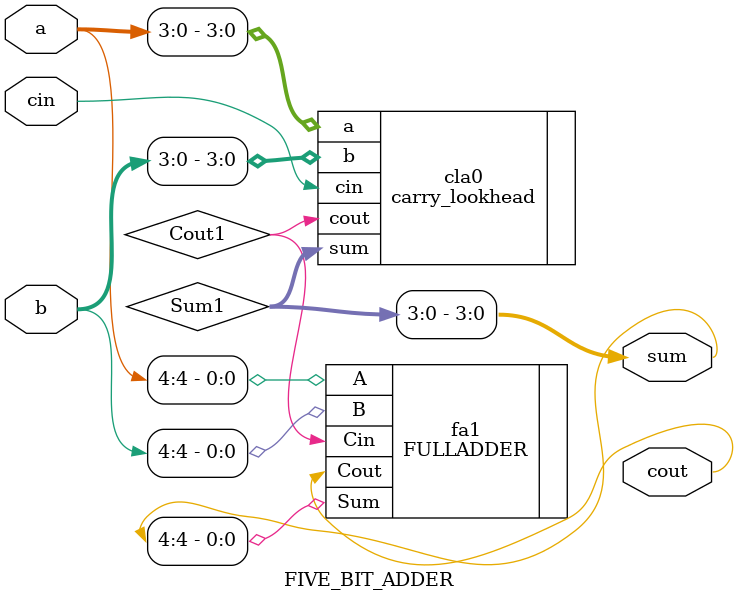
<source format=v>


module FIVE_BIT_ADDER(
    input [4:0] a,
    input [4:0] b,
    input cin,
    output [4:0] sum,
    output cout
);
    wire [3:0] Sum1;
    wire Cout1;

    // Instantiate the first 4-bit adder cla
    carry_lookhead cla0 (
        .a(a[3:0]),
        .b(b[3:0]),
        .cin(cin),
        .sum(Sum1),
        .cout(Cout1)
    );
    // Instantiate A FULL ADDER for msb
    FULLADDER fa1 (
        .A(a[4]),
        .B(b[4]),
        .Cin(Cout1),
        .Sum(sum[4]),
        .Cout(cout)
    );
    assign sum[3:0] = Sum1;
endmodule
</source>
